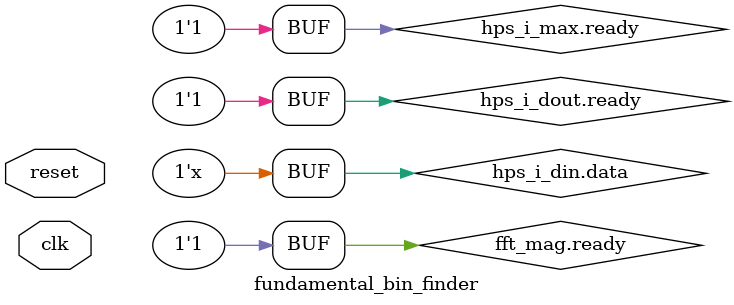
<source format=sv>

module fundamental_bin_finder (
  input wire clk, reset,
  Axis_If.Slave fft_mag,
  Axis_If.Master dout
);

// always accept data from fft
assign fft_mag.ready = 1'b1;

// fork fft_mag data
Axis_If #(.DWIDTH(24)) hps_i_din ();
Axis_If #(.DWIDTH(48)) hps_i_dout ();
Axis_If #(.DWIDTH(48)) hps_i_max ();

assign hps_i_din.data = fft_mag.data[35:12];
assign hps_i_din.valid = fft_mag.valid;

harmonic_product_spectrum hps_i (
  .clk,
  .reset,
  .din(hps_i_din),
  .dout(hps_i_dout),
  .max(hps_i_max)
);

// always accept data from hps module
assign hps_i_dout.ready = 1'b1;
assign hps_i_max.ready = 1'b1;

// hold all hps and mag values for determining maxk
logic [47:0] mag_ram [32];
logic [47:0] hps_ram [32];
logic [9:0] mag_count;
logic [5:0] hps_count;
logic [47:0] mag_max, hps_max;
logic mag_max_valid, hps_max_valid;

logic [5:0] bin_count;
logic [4:0] maxk;
logic maxk_valid;
logic done;

always @(posedge clk) begin
  if (reset) begin
    mag_count     <= '0;
    hps_count     <= '0;
    mag_max       <= '0;
    hps_max       <= '0;
    mag_max_valid <= 1'b0;
    hps_max_valid <= 1'b0;
    done          <= 1'b0;
  end else begin
    if (fft_mag.valid) begin
      mag_count <= mag_count + 1'b1;
      // since we only care about first 32 bins, reset everything after a new frame finishes arriving
      if (mag_count == 10'h3ff) begin
        mag_max_valid <= 1'b0;
        hps_max_valid <= 1'b0;
        mag_count     <= '0;
        hps_count     <= '0;
        mag_max       <= '0;
        hps_max       <= '0;
        done          <= 1'b0;
      end else if (mag_count <= 6'h1f) begin
        // store magnitude data in buffer
        mag_ram[mag_count[4:0]] <= fft_mag.data;
        mag_count <= mag_count + 1'b1;
        if (fft_mag.data > mag_max) begin
          mag_max <= fft_mag.data;
        end
      end else begin
        mag_max_valid <= 1'b1;
      end
    end
    // store hps data in buffer
    if (hps_i_dout.valid) begin
      if (hps_count <= 6'h1f) begin
        hps_ram[hps_count[4:0]] <= hps_i_dout.data;
        hps_count <= hps_count + 1'b1;
      end
    end
    if (hps_i_max.valid) begin
      hps_max <= hps_i_max.data;
      hps_max_valid <= 1'b1;
    end
  end
end

always @(posedge clk) begin
  if (reset) begin
    bin_count   <= '0;
    maxk        <= '0;
    maxk_valid  <= 1'b0;
  end else if (!done) begin
    if (!maxk_valid) begin
      if (hps_max_valid && mag_max_valid) begin
        if (bin_count == 6'h1f) begin
          maxk_valid <= 1'b1; // no bins met the peak criteria; give up and return bin 0
        end else begin
          bin_count <= bin_count + 1'b1;
          if (bin_count >= 2) begin
            if (hps_ram[bin_count-2] >= (hps_max >> 9)) begin
              if (mag_ram[bin_count] > (mag_max >> 4)) begin
                // take the first bin which has a large enough magnitude
                maxk <= bin_count[4:0];
                maxk_valid <= 1'b1;
              end
            end
          end
        end
      end
    end else if (maxk_valid) begin // only pulse maxkvalid for 1 cycle
      maxk_valid <= 1'b0;
      bin_count <= '0;
      done <= 1'b1;
    end
  end
end

// get the maximum magnitude bin within 2 of the bin maxk
logic [4:0] left_bin, right_bin;
logic finding_max_mag;
logic [47:0] max;
logic [4:0] max_bin;
logic max_bin_valid;

assign dout.data = max_bin;
assign dout.valid = max_bin_valid;

always @(posedge clk) begin
  if (reset) begin
    left_bin  <= '0;
    right_bin <= '0;
    finding_max_mag <= 1'b0;
    max <= '0;
    max_bin_valid <= 1'b0;
  end else begin
    // if the peak bin is valid, start finding bin with max mag between peak-2 and peak + 2 (inclusive)
    if (maxk_valid) begin
      left_bin <= (maxk < 2) ? '0 : maxk - 2;
      right_bin <= (maxk > 29) ? 5'h1f : maxk + 2;
      finding_max_mag <= 1'b1;
    end else if (finding_max_mag) begin
      if (left_bin < right_bin) begin
        left_bin <= left_bin + 1'b1;
      end else if (left_bin == right_bin) begin
        max_bin_valid <= 1'b1;
      end
      if (mag_ram[left_bin] > max) begin
        max <= mag_ram[left_bin];
        max_bin <= left_bin;
      end
    end
    if (max_bin_valid && dout.ready) begin
      max_bin_valid <= '0;
      left_bin <= '0;
      right_bin <= '0;
      finding_max_mag <= '0;
      max <= '0;
    end
  end
end

endmodule

</source>
